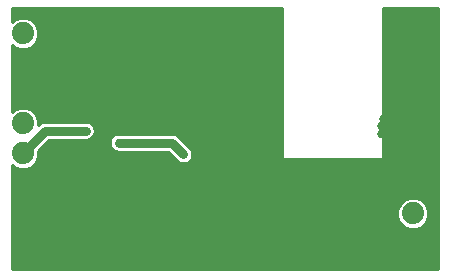
<source format=gbl>
%TF.GenerationSoftware,KiCad,Pcbnew,4.0.6*%
%TF.CreationDate,2017-10-03T21:34:55-04:00*%
%TF.ProjectId,HVPS_SMD,485650535F534D442E6B696361645F70,rev?*%
%TF.FileFunction,Copper,L2,Bot,Signal*%
%FSLAX46Y46*%
G04 Gerber Fmt 4.6, Leading zero omitted, Abs format (unit mm)*
G04 Created by KiCad (PCBNEW 4.0.6) date 10/03/17 21:34:55*
%MOMM*%
%LPD*%
G01*
G04 APERTURE LIST*
%ADD10C,0.127000*%
%ADD11C,1.879600*%
%ADD12C,0.685800*%
%ADD13C,0.800000*%
%ADD14C,0.254000*%
G04 APERTURE END LIST*
D10*
D11*
X180340000Y-66040000D03*
X180340000Y-63500000D03*
X180340000Y-71120000D03*
X180340000Y-73660000D03*
X213360000Y-81280000D03*
X213360000Y-78740000D03*
D12*
X187452000Y-67183000D03*
X188468000Y-67056000D03*
X189357000Y-67056000D03*
X188633009Y-77597000D03*
X185674000Y-79756000D03*
X182372000Y-81915000D03*
X196469000Y-80391000D03*
X196469000Y-72009000D03*
X186944000Y-75438000D03*
X186944000Y-74803000D03*
X186944000Y-74041000D03*
X186944000Y-73279000D03*
X210693000Y-72009000D03*
X210693000Y-71374000D03*
X210820000Y-70739000D03*
X211709000Y-81788000D03*
X211074000Y-82423000D03*
X210185000Y-82423000D03*
X209423000Y-82423000D03*
X208661000Y-82296000D03*
X185674000Y-71755000D03*
X193929000Y-73728580D03*
X188468000Y-72771000D03*
D13*
X185674000Y-71755000D02*
X182245000Y-71755000D01*
X182245000Y-71755000D02*
X180340000Y-73660000D01*
X188468000Y-72771000D02*
X192971420Y-72771000D01*
X192971420Y-72771000D02*
X193929000Y-73728580D01*
D14*
G36*
X202311000Y-74041000D02*
X202319685Y-74087159D01*
X202346965Y-74129553D01*
X202388590Y-74157994D01*
X202438000Y-74168000D01*
X210693000Y-74168000D01*
X210739159Y-74159315D01*
X210781553Y-74132035D01*
X210809994Y-74090410D01*
X210820000Y-74041000D01*
X210820000Y-61341000D01*
X215519000Y-61341000D01*
X215519000Y-83439000D01*
X179451000Y-83439000D01*
X179451000Y-79001571D01*
X212038971Y-79001571D01*
X212239627Y-79487196D01*
X212610850Y-79859067D01*
X213096124Y-80060570D01*
X213621571Y-80061029D01*
X214107196Y-79860373D01*
X214479067Y-79489150D01*
X214680570Y-79003876D01*
X214681029Y-78478429D01*
X214480373Y-77992804D01*
X214109150Y-77620933D01*
X213623876Y-77419430D01*
X213098429Y-77418971D01*
X212612804Y-77619627D01*
X212240933Y-77990850D01*
X212039430Y-78476124D01*
X212038971Y-79001571D01*
X179451000Y-79001571D01*
X179451000Y-74638973D01*
X179590850Y-74779067D01*
X180076124Y-74980570D01*
X180601571Y-74981029D01*
X181087196Y-74780373D01*
X181459067Y-74409150D01*
X181660570Y-73923876D01*
X181660990Y-73443511D01*
X182333501Y-72771000D01*
X187687000Y-72771000D01*
X187746450Y-73069876D01*
X187915750Y-73323250D01*
X188169124Y-73492550D01*
X188468000Y-73552000D01*
X192647920Y-73552000D01*
X193376750Y-74280831D01*
X193630125Y-74450130D01*
X193929000Y-74509580D01*
X194227876Y-74450130D01*
X194481251Y-74280831D01*
X194650550Y-74027456D01*
X194710000Y-73728580D01*
X194650550Y-73429705D01*
X194481251Y-73176330D01*
X193523670Y-72218750D01*
X193270296Y-72049450D01*
X193257853Y-72046975D01*
X192971420Y-71990000D01*
X188468000Y-71990000D01*
X188169124Y-72049450D01*
X187915750Y-72218750D01*
X187746450Y-72472124D01*
X187687000Y-72771000D01*
X182333501Y-72771000D01*
X182568501Y-72536000D01*
X185674000Y-72536000D01*
X185972876Y-72476550D01*
X186226250Y-72307250D01*
X186395550Y-72053876D01*
X186455000Y-71755000D01*
X186395550Y-71456124D01*
X186226250Y-71202750D01*
X185972876Y-71033450D01*
X185674000Y-70974000D01*
X182245000Y-70974000D01*
X181946124Y-71033450D01*
X181692750Y-71202749D01*
X181660700Y-71234799D01*
X181661029Y-70858429D01*
X181460373Y-70372804D01*
X181089150Y-70000933D01*
X180603876Y-69799430D01*
X180078429Y-69798971D01*
X179592804Y-69999627D01*
X179451000Y-70141184D01*
X179451000Y-64478973D01*
X179590850Y-64619067D01*
X180076124Y-64820570D01*
X180601571Y-64821029D01*
X181087196Y-64620373D01*
X181459067Y-64249150D01*
X181660570Y-63763876D01*
X181661029Y-63238429D01*
X181460373Y-62752804D01*
X181089150Y-62380933D01*
X180603876Y-62179430D01*
X180078429Y-62178971D01*
X179592804Y-62379627D01*
X179451000Y-62521184D01*
X179451000Y-61341000D01*
X202311000Y-61341000D01*
X202311000Y-74041000D01*
X202311000Y-74041000D01*
G37*
X202311000Y-74041000D02*
X202319685Y-74087159D01*
X202346965Y-74129553D01*
X202388590Y-74157994D01*
X202438000Y-74168000D01*
X210693000Y-74168000D01*
X210739159Y-74159315D01*
X210781553Y-74132035D01*
X210809994Y-74090410D01*
X210820000Y-74041000D01*
X210820000Y-61341000D01*
X215519000Y-61341000D01*
X215519000Y-83439000D01*
X179451000Y-83439000D01*
X179451000Y-79001571D01*
X212038971Y-79001571D01*
X212239627Y-79487196D01*
X212610850Y-79859067D01*
X213096124Y-80060570D01*
X213621571Y-80061029D01*
X214107196Y-79860373D01*
X214479067Y-79489150D01*
X214680570Y-79003876D01*
X214681029Y-78478429D01*
X214480373Y-77992804D01*
X214109150Y-77620933D01*
X213623876Y-77419430D01*
X213098429Y-77418971D01*
X212612804Y-77619627D01*
X212240933Y-77990850D01*
X212039430Y-78476124D01*
X212038971Y-79001571D01*
X179451000Y-79001571D01*
X179451000Y-74638973D01*
X179590850Y-74779067D01*
X180076124Y-74980570D01*
X180601571Y-74981029D01*
X181087196Y-74780373D01*
X181459067Y-74409150D01*
X181660570Y-73923876D01*
X181660990Y-73443511D01*
X182333501Y-72771000D01*
X187687000Y-72771000D01*
X187746450Y-73069876D01*
X187915750Y-73323250D01*
X188169124Y-73492550D01*
X188468000Y-73552000D01*
X192647920Y-73552000D01*
X193376750Y-74280831D01*
X193630125Y-74450130D01*
X193929000Y-74509580D01*
X194227876Y-74450130D01*
X194481251Y-74280831D01*
X194650550Y-74027456D01*
X194710000Y-73728580D01*
X194650550Y-73429705D01*
X194481251Y-73176330D01*
X193523670Y-72218750D01*
X193270296Y-72049450D01*
X193257853Y-72046975D01*
X192971420Y-71990000D01*
X188468000Y-71990000D01*
X188169124Y-72049450D01*
X187915750Y-72218750D01*
X187746450Y-72472124D01*
X187687000Y-72771000D01*
X182333501Y-72771000D01*
X182568501Y-72536000D01*
X185674000Y-72536000D01*
X185972876Y-72476550D01*
X186226250Y-72307250D01*
X186395550Y-72053876D01*
X186455000Y-71755000D01*
X186395550Y-71456124D01*
X186226250Y-71202750D01*
X185972876Y-71033450D01*
X185674000Y-70974000D01*
X182245000Y-70974000D01*
X181946124Y-71033450D01*
X181692750Y-71202749D01*
X181660700Y-71234799D01*
X181661029Y-70858429D01*
X181460373Y-70372804D01*
X181089150Y-70000933D01*
X180603876Y-69799430D01*
X180078429Y-69798971D01*
X179592804Y-69999627D01*
X179451000Y-70141184D01*
X179451000Y-64478973D01*
X179590850Y-64619067D01*
X180076124Y-64820570D01*
X180601571Y-64821029D01*
X181087196Y-64620373D01*
X181459067Y-64249150D01*
X181660570Y-63763876D01*
X181661029Y-63238429D01*
X181460373Y-62752804D01*
X181089150Y-62380933D01*
X180603876Y-62179430D01*
X180078429Y-62178971D01*
X179592804Y-62379627D01*
X179451000Y-62521184D01*
X179451000Y-61341000D01*
X202311000Y-61341000D01*
X202311000Y-74041000D01*
M02*

</source>
